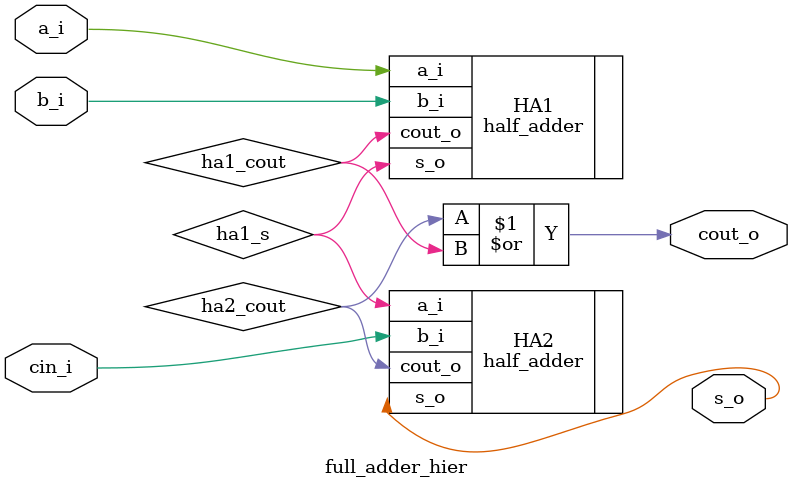
<source format=v>

`timescale 1ns / 1ps


module full_adder_hier
(
input a_i,
input b_i,
input cin_i,
output s_o,
output cout_o
);

wire ha1_s, ha1_cout, ha2_cout;

half_adder HA1 
(
.a_i    (a_i),
.b_i    (b_i),
.s_o    (ha1_s),
.cout_o (ha1_cout)
);

half_adder HA2 
(
.a_i    (ha1_s),
.b_i    (cin_i),
.s_o    (s_o),
.cout_o (ha2_cout)
);

or G1 (cout_o,ha2_cout,ha1_cout);

endmodule
</source>
